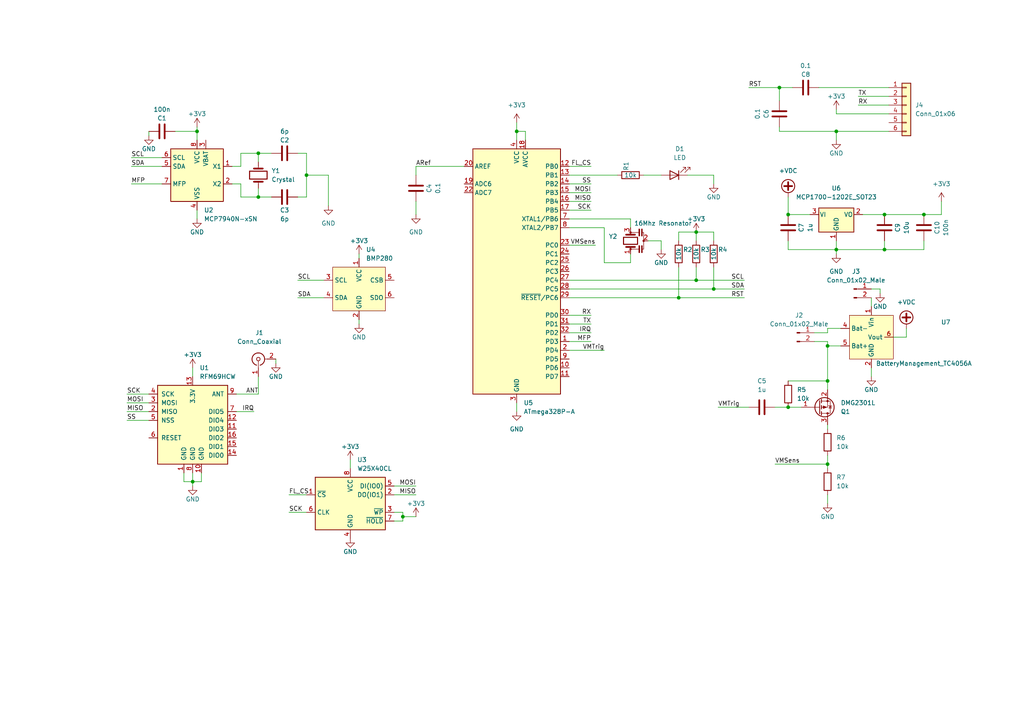
<source format=kicad_sch>
(kicad_sch (version 20230121) (generator eeschema)
  (paper "A4")
  (title_block (title "Hello Weather") (date "2022-02-26") (rev "0.1") (company "INDRI Sprl"))
  (lib_symbols
    (symbol "Connector:Conn_01x02_Male" (pin_names (offset 1.016) hide)
      (property "Reference" "J" (at 0 2.54 0))
      (property "Value" "Conn_01x02_Male" (at 0 -5.08 0))
      (symbol "Conn_01x02_Male_1_1"
        (polyline (pts (xy 1.27 -2.54) (xy 0.8636 -2.54)) (stroke (width 0.1524)))
        (polyline (pts (xy 1.27 0) (xy 0.8636 0)) (stroke (width 0.1524)))
        (rectangle (start 0.8636 -2.413) (end 0 -2.667) (stroke (width 0.1524)) (fill (type outline)))
        (rectangle (start 0.8636 0.127) (end 0 -0.127) (stroke (width 0.1524)) (fill (type outline)))
        (pin passive line (at 5.08 0 180) (length 3.81) (name "Pin_1") (number "1"))
        (pin passive line (at 5.08 -2.54 180) (length 3.81) (name "Pin_2") (number "2"))
      )
    )
    (symbol "Connector:Conn_Coaxial" (pin_names (offset 1.016) hide)
      (property "Reference" "J" (at 0.254 3.048 0))
      (property "Value" "Conn_Coaxial" (at 2.921 0 90))
      (symbol "Conn_Coaxial_0_1"
        (arc (start -1.778 -0.508) (mid 0.222 -1.808) (end 1.778 0) (stroke (width 0.254)))
        (polyline (pts (xy -2.54 0) (xy -0.508 0)))
        (polyline (pts (xy 0 -2.54) (xy 0 -1.778)))
        (circle (center 0 0) (radius 0.508) (stroke (width 0.2032)))
        (arc (start 1.778 0) (mid 0.222 1.8083) (end -1.778 0.508) (stroke (width 0.254)))
      )
      (symbol "Conn_Coaxial_1_1"
        (pin passive line (at -5.08 0 0) (length 2.54) (name "In") (number "1"))
        (pin passive line (at 0 -5.08 90) (length 2.54) (name "Ext") (number "2"))
      )
    )
    (symbol "Connector_Generic:Conn_01x06" (pin_names (offset 1.016) hide)
      (property "Reference" "J" (at 0 7.62 0))
      (property "Value" "Conn_01x06" (at 0 -10.16 0))
      (symbol "Conn_01x06_1_1"
        (rectangle (start -1.27 -7.493) (end 0 -7.747) (stroke (width 0.1524)))
        (rectangle (start -1.27 -4.953) (end 0 -5.207) (stroke (width 0.1524)))
        (rectangle (start -1.27 -2.413) (end 0 -2.667) (stroke (width 0.1524)))
        (rectangle (start -1.27 0.127) (end 0 -0.127) (stroke (width 0.1524)))
        (rectangle (start -1.27 2.667) (end 0 2.413) (stroke (width 0.1524)))
        (rectangle (start -1.27 5.207) (end 0 4.953) (stroke (width 0.1524)))
        (rectangle (start -1.27 6.35) (end 1.27 -8.89) (stroke (width 0.254)) (fill (type background)))
        (pin passive line (at -5.08 5.08 0) (length 3.81) (name "Pin_1") (number "1"))
        (pin passive line (at -5.08 2.54 0) (length 3.81) (name "Pin_2") (number "2"))
        (pin passive line (at -5.08 0 0) (length 3.81) (name "Pin_3") (number "3"))
        (pin passive line (at -5.08 -2.54 0) (length 3.81) (name "Pin_4") (number "4"))
        (pin passive line (at -5.08 -5.08 0) (length 3.81) (name "Pin_5") (number "5"))
        (pin passive line (at -5.08 -7.62 0) (length 3.81) (name "Pin_6") (number "6"))
      )
    )
    (symbol "Device:C" (pin_numbers hide) (pin_names (offset 0.254))
      (property "Reference" "C" (at 0.635 2.54 0))
      (property "Value" "C" (at 0.635 -2.54 0))
      (symbol "C_0_1"
        (polyline (pts (xy -2.032 -0.762) (xy 2.032 -0.762)) (stroke (width 0.508)))
        (polyline (pts (xy -2.032 0.762) (xy 2.032 0.762)) (stroke (width 0.508)))
      )
      (symbol "C_1_1"
        (pin passive line (at 0 3.81 270) (length 2.794) (name "~") (number "1"))
        (pin passive line (at 0 -3.81 90) (length 2.794) (name "~") (number "2"))
      )
    )
    (symbol "Device:Crystal" (pin_numbers hide) (pin_names (offset 1.016) hide)
      (property "Reference" "Y" (at 0 3.81 0))
      (property "Value" "Crystal" (at 0 -3.81 0))
      (symbol "Crystal_0_1"
        (rectangle (start -1.143 2.54) (end 1.143 -2.54) (stroke (width 0.3048)))
        (polyline (pts (xy -2.54 0) (xy -1.905 0)))
        (polyline (pts (xy -1.905 -1.27) (xy -1.905 1.27)) (stroke (width 0.508)))
        (polyline (pts (xy 1.905 -1.27) (xy 1.905 1.27)) (stroke (width 0.508)))
        (polyline (pts (xy 2.54 0) (xy 1.905 0)))
      )
      (symbol "Crystal_1_1"
        (pin passive line (at -3.81 0 0) (length 1.27) (name "1") (number "1"))
        (pin passive line (at 3.81 0 180) (length 1.27) (name "2") (number "2"))
      )
    )
    (symbol "Device:LED" (pin_numbers hide) (pin_names (offset 1.016) hide)
      (property "Reference" "D" (at 0 2.54 0))
      (property "Value" "LED" (at 0 -2.54 0))
      (symbol "LED_0_1"
        (polyline (pts (xy -1.27 -1.27) (xy -1.27 1.27)) (stroke (width 0.254)))
        (polyline (pts (xy -1.27 0) (xy 1.27 0)))
        (polyline (pts (xy 1.27 -1.27) (xy 1.27 1.27) (xy -1.27 0) (xy 1.27 -1.27)) (stroke (width 0.254)))
        (polyline (pts (xy -3.048 -0.762) (xy -4.572 -2.286) (xy -3.81 -2.286) (xy -4.572 -2.286) (xy -4.572 -1.524)))
        (polyline (pts (xy -1.778 -0.762) (xy -3.302 -2.286) (xy -2.54 -2.286) (xy -3.302 -2.286) (xy -3.302 -1.524)))
      )
      (symbol "LED_1_1"
        (pin passive line (at -3.81 0 0) (length 2.54) (name "K") (number "1"))
        (pin passive line (at 3.81 0 180) (length 2.54) (name "A") (number "2"))
      )
    )
    (symbol "Device:R" (pin_numbers hide) (pin_names (offset 0))
      (property "Reference" "R" (at 2.032 0 90))
      (property "Value" "R" (at 0 0 90))
      (symbol "R_0_1"
        (rectangle (start -1.016 -2.54) (end 1.016 2.54) (stroke (width 0.254)))
      )
      (symbol "R_1_1"
        (pin passive line (at 0 3.81 270) (length 1.27) (name "~") (number "1"))
        (pin passive line (at 0 -3.81 90) (length 1.27) (name "~") (number "2"))
      )
    )
    (symbol "Device:Resonator" (pin_names (offset 1.016) hide)
      (property "Reference" "Y" (at 0 5.715 0))
      (property "Value" "Resonator" (at 0 3.81 0))
      (symbol "Resonator_0_1"
        (rectangle (start -3.429 -3.175) (end -1.397 -3.429) (fill (type outline)))
        (rectangle (start -3.429 -2.413) (end -1.397 -2.667) (fill (type outline)))
        (circle (center -2.413 0) (radius 0.254) (fill (type outline)))
        (rectangle (start -1.016 2.032) (end 1.016 -2.032) (stroke (width 0.3048)))
        (circle (center 0 -3.81) (radius 0.254) (fill (type outline)))
        (polyline (pts (xy -2.413 -2.413) (xy -2.413 0)))
        (polyline (pts (xy -1.905 0) (xy -3.175 0)))
        (polyline (pts (xy -1.778 -1.27) (xy -1.778 1.27)) (stroke (width 0.508)))
        (polyline (pts (xy 1.778 -1.27) (xy 1.778 1.27)) (stroke (width 0.508)))
        (polyline (pts (xy 1.905 0) (xy 2.54 0)))
        (polyline (pts (xy 2.413 0) (xy 2.413 -2.54)))
        (polyline (pts (xy 2.413 -3.302) (xy 2.413 -3.81) (xy -2.413 -3.81) (xy -2.413 -3.302)))
        (rectangle (start 1.397 -3.175) (end 3.429 -3.429) (fill (type outline)))
        (rectangle (start 1.397 -2.413) (end 3.429 -2.667) (fill (type outline)))
        (circle (center 2.413 0) (radius 0.254) (fill (type outline)))
      )
      (symbol "Resonator_1_1"
        (pin passive line (at -3.81 0 0) (length 1.27) (name "1") (number "1"))
        (pin passive line (at 0 -5.08 90) (length 1.27) (name "2") (number "2"))
        (pin passive line (at 3.81 0 180) (length 1.27) (name "3") (number "3"))
      )
    )
    (symbol "MCU_Microchip_ATmega:ATmega328P-A"
      (property "Reference" "U" (at -12.7 36.83 0))
      (property "Value" "ATmega328P-A" (at 2.54 -36.83 0))
      (symbol "ATmega328P-A_0_1"
        (rectangle (start -12.7 -35.56) (end 12.7 35.56) (stroke (width 0.254)) (fill (type background)))
      )
      (symbol "ATmega328P-A_1_1"
        (pin bidirectional line (at 15.24 -20.32 180) (length 2.54) (name "PD3") (number "1"))
        (pin bidirectional line (at 15.24 -27.94 180) (length 2.54) (name "PD6") (number "10"))
        (pin bidirectional line (at 15.24 -30.48 180) (length 2.54) (name "PD7") (number "11"))
        (pin bidirectional line (at 15.24 30.48 180) (length 2.54) (name "PB0") (number "12"))
        (pin bidirectional line (at 15.24 27.94 180) (length 2.54) (name "PB1") (number "13"))
        (pin bidirectional line (at 15.24 25.4 180) (length 2.54) (name "PB2") (number "14"))
        (pin bidirectional line (at 15.24 22.86 180) (length 2.54) (name "PB3") (number "15"))
        (pin bidirectional line (at 15.24 20.32 180) (length 2.54) (name "PB4") (number "16"))
        (pin bidirectional line (at 15.24 17.78 180) (length 2.54) (name "PB5") (number "17"))
        (pin power_in line (at 2.54 38.1 270) (length 2.54) (name "AVCC") (number "18"))
        (pin input line (at -15.24 25.4 0) (length 2.54) (name "ADC6") (number "19"))
        (pin bidirectional line (at 15.24 -22.86 180) (length 2.54) (name "PD4") (number "2"))
        (pin passive line (at -15.24 30.48 0) (length 2.54) (name "AREF") (number "20"))
        (pin passive line (at 0 -38.1 90) (length 2.54) hide (name "GND") (number "21"))
        (pin input line (at -15.24 22.86 0) (length 2.54) (name "ADC7") (number "22"))
        (pin bidirectional line (at 15.24 7.62 180) (length 2.54) (name "PC0") (number "23"))
        (pin bidirectional line (at 15.24 5.08 180) (length 2.54) (name "PC1") (number "24"))
        (pin bidirectional line (at 15.24 2.54 180) (length 2.54) (name "PC2") (number "25"))
        (pin bidirectional line (at 15.24 0 180) (length 2.54) (name "PC3") (number "26"))
        (pin bidirectional line (at 15.24 -2.54 180) (length 2.54) (name "PC4") (number "27"))
        (pin bidirectional line (at 15.24 -5.08 180) (length 2.54) (name "PC5") (number "28"))
        (pin bidirectional line (at 15.24 -7.62 180) (length 2.54) (name "~{RESET}/PC6") (number "29"))
        (pin power_in line (at 0 -38.1 90) (length 2.54) (name "GND") (number "3"))
        (pin bidirectional line (at 15.24 -12.7 180) (length 2.54) (name "PD0") (number "30"))
        (pin bidirectional line (at 15.24 -15.24 180) (length 2.54) (name "PD1") (number "31"))
        (pin bidirectional line (at 15.24 -17.78 180) (length 2.54) (name "PD2") (number "32"))
        (pin power_in line (at 0 38.1 270) (length 2.54) (name "VCC") (number "4"))
        (pin passive line (at 0 -38.1 90) (length 2.54) hide (name "GND") (number "5"))
        (pin passive line (at 0 38.1 270) (length 2.54) hide (name "VCC") (number "6"))
        (pin bidirectional line (at 15.24 15.24 180) (length 2.54) (name "XTAL1/PB6") (number "7"))
        (pin bidirectional line (at 15.24 12.7 180) (length 2.54) (name "XTAL2/PB7") (number "8"))
        (pin bidirectional line (at 15.24 -25.4 180) (length 2.54) (name "PD5") (number "9"))
      )
    )
    (symbol "Memory_Flash:W25X40CL"
      (property "Reference" "U" (at -8.89 8.89 0))
      (property "Value" "W25X40CL" (at 8.89 8.89 0))
      (symbol "W25X40CL_0_1"
        (rectangle (start -10.16 7.62) (end 10.16 -7.62) (stroke (width 0.254)) (fill (type background)))
      )
      (symbol "W25X40CL_1_1"
        (pin input line (at -12.7 2.54 0) (length 2.54) (name "~{CS}") (number "1"))
        (pin bidirectional line (at 12.7 2.54 180) (length 2.54) (name "DO(IO1)") (number "2"))
        (pin bidirectional line (at 12.7 -2.54 180) (length 2.54) (name "~{WP}") (number "3"))
        (pin power_in line (at 0 -10.16 90) (length 2.54) (name "GND") (number "4"))
        (pin bidirectional line (at 12.7 5.08 180) (length 2.54) (name "DI(IO0)") (number "5"))
        (pin input line (at -12.7 -2.54 0) (length 2.54) (name "CLK") (number "6"))
        (pin bidirectional line (at 12.7 -5.08 180) (length 2.54) (name "~{HOLD}") (number "7"))
        (pin power_in line (at 0 10.16 270) (length 2.54) (name "VCC") (number "8"))
      )
    )
    (symbol "Module_Power:BatteryManagement_TC4056A"
      (property "Reference" "U" (at -5.08 -7.62 0))
      (property "Value" "BatteryManagement_TC4056A" (at 13.97 7.62 0))
      (symbol "BatteryManagement_TC4056A_0_1"
        (rectangle (start -6.35 6.35) (end 6.35 -6.35) (fill (type background)))
      )
      (symbol "BatteryManagement_TC4056A_1_1"
        (pin power_in line (at 0 8.89 270) (length 2.54) (name "Vin") (number "1"))
        (pin power_in line (at 0 -8.89 90) (length 2.54) (name "GND") (number "2"))
        (pin power_out line (at -8.89 2.54 0) (length 2.54) (name "Bat-") (number "4"))
        (pin power_out line (at -8.89 -2.54 0) (length 2.54) (name "Bat+") (number "5"))
        (pin power_out line (at 6.35 0 180) (length 2.54) (name "Vout") (number "6"))
      )
    )
    (symbol "Module_Sensor:BMP280"
      (property "Reference" "U" (at -6.35 -7.62 0))
      (property "Value" "BMP280" (at 5.08 7.62 0))
      (symbol "BMP280_0_1"
        (rectangle (start -7.62 6.35) (end 7.62 -6.35) (fill (type background)))
        (rectangle (start 7.62 -6.35) (end 7.62 -6.35) (fill (type background)))
      )
      (symbol "BMP280_1_1"
        (pin power_in line (at 0 8.89 270) (length 2.54) (name "VCC") (number "1"))
        (pin power_in line (at 0 -8.89 90) (length 2.54) (name "GND") (number "2"))
        (pin input line (at -10.16 2.54 0) (length 2.54) (name "SCL") (number "3"))
        (pin bidirectional line (at -10.16 -2.54 0) (length 2.54) (name "SDA") (number "4"))
        (pin input line (at 10.16 2.54 180) (length 2.54) (name "CSB") (number "5"))
        (pin bidirectional line (at 10.16 -2.54 180) (length 2.54) (name "SDO") (number "6"))
      )
    )
    (symbol "RF_Module:RFM69HCW" (pin_names (offset 1.016))
      (property "Reference" "U" (at -10.414 11.684 0))
      (property "Value" "RFM69HCW" (at 1.524 11.43 0))
      (symbol "RFM69HCW_0_1"
        (rectangle (start -10.16 10.16) (end 10.16 -12.7) (stroke (width 0.254)) (fill (type background)))
      )
      (symbol "RFM69HCW_1_1"
        (pin power_in line (at -2.54 -15.24 90) (length 2.54) (name "GND") (number "1"))
        (pin power_in line (at 2.54 -15.24 90) (length 2.54) (name "GND") (number "10"))
        (pin bidirectional line (at 12.7 -2.54 180) (length 2.54) (name "DIO3") (number "11"))
        (pin bidirectional line (at 12.7 0 180) (length 2.54) (name "DIO4") (number "12"))
        (pin power_in line (at 0 12.7 270) (length 2.54) (name "3.3V") (number "13"))
        (pin bidirectional line (at 12.7 -10.16 180) (length 2.54) (name "DIO0") (number "14"))
        (pin bidirectional line (at 12.7 -7.62 180) (length 2.54) (name "DIO1") (number "15"))
        (pin bidirectional line (at 12.7 -5.08 180) (length 2.54) (name "DIO2") (number "16"))
        (pin output line (at -12.7 2.54 0) (length 2.54) (name "MISO") (number "2"))
        (pin input line (at -12.7 5.08 0) (length 2.54) (name "MOSI") (number "3"))
        (pin input line (at -12.7 7.62 0) (length 2.54) (name "SCK") (number "4"))
        (pin input line (at -12.7 0 0) (length 2.54) (name "NSS") (number "5"))
        (pin bidirectional line (at -12.7 -5.08 0) (length 2.54) (name "RESET") (number "6"))
        (pin bidirectional line (at 12.7 2.54 180) (length 2.54) (name "DIO5") (number "7"))
        (pin power_in line (at 0 -15.24 90) (length 2.54) (name "GND") (number "8"))
        (pin bidirectional line (at 12.7 7.62 180) (length 2.54) (name "ANT") (number "9"))
      )
    )
    (symbol "Regulator_Linear:MCP1700-1202E_SOT23" (pin_names (offset 0.254))
      (property "Reference" "U" (at -3.81 3.175 0))
      (property "Value" "MCP1700-1202E_SOT23" (at 0 3.175 0))
      (symbol "MCP1700-1202E_SOT23_0_1"
        (rectangle (start -5.08 1.905) (end 5.08 -5.08) (stroke (width 0.254)) (fill (type background)))
      )
      (symbol "MCP1700-1202E_SOT23_1_1"
        (pin power_in line (at 0 -7.62 90) (length 2.54) (name "GND") (number "1"))
        (pin power_out line (at 7.62 0 180) (length 2.54) (name "VO") (number "2"))
        (pin power_in line (at -7.62 0 0) (length 2.54) (name "VI") (number "3"))
      )
    )
    (symbol "Timer_RTC:MCP7940N-xSN"
      (property "Reference" "U" (at -6.35 8.89 0))
      (property "Value" "MCP7940N-xSN" (at 11.43 8.89 0))
      (symbol "MCP7940N-xSN_0_1"
        (rectangle (start -7.62 7.62) (end 7.62 -7.62) (stroke (width 0.254)) (fill (type background)))
      )
      (symbol "MCP7940N-xSN_1_1"
        (pin input line (at 10.16 2.54 180) (length 2.54) (name "X1") (number "1"))
        (pin output line (at 10.16 -2.54 180) (length 2.54) (name "X2") (number "2"))
        (pin power_in line (at 2.54 10.16 270) (length 2.54) (name "VBAT") (number "3"))
        (pin power_in line (at 0 -10.16 90) (length 2.54) (name "VSS") (number "4"))
        (pin bidirectional line (at -10.16 2.54 0) (length 2.54) (name "SDA") (number "5"))
        (pin input line (at -10.16 5.08 0) (length 2.54) (name "SCL") (number "6"))
        (pin open_collector line (at -10.16 -2.54 0) (length 2.54) (name "MFP") (number "7"))
        (pin power_in line (at 0 10.16 270) (length 2.54) (name "VCC") (number "8"))
      )
    )
    (symbol "Transistor_FET:DMG2301L" (pin_names hide)
      (property "Reference" "Q" (at 5.08 1.905 0))
      (property "Value" "DMG2301L" (at 5.08 0 0))
      (symbol "DMG2301L_0_1"
        (polyline (pts (xy 0.254 0) (xy -2.54 0)))
        (polyline (pts (xy 0.254 1.905) (xy 0.254 -1.905)) (stroke (width 0.254)))
        (polyline (pts (xy 0.762 -1.27) (xy 0.762 -2.286)) (stroke (width 0.254)))
        (polyline (pts (xy 0.762 0.508) (xy 0.762 -0.508)) (stroke (width 0.254)))
        (polyline (pts (xy 0.762 2.286) (xy 0.762 1.27)) (stroke (width 0.254)))
        (polyline (pts (xy 2.54 2.54) (xy 2.54 1.778)))
        (polyline (pts (xy 2.54 -2.54) (xy 2.54 0) (xy 0.762 0)))
        (polyline (pts (xy 0.762 1.778) (xy 3.302 1.778) (xy 3.302 -1.778) (xy 0.762 -1.778)))
        (polyline (pts (xy 2.286 0) (xy 1.27 0.381) (xy 1.27 -0.381) (xy 2.286 0)) (fill (type outline)))
        (polyline (pts (xy 2.794 -0.508) (xy 2.921 -0.381) (xy 3.683 -0.381) (xy 3.81 -0.254)))
        (polyline (pts (xy 3.302 -0.381) (xy 2.921 0.254) (xy 3.683 0.254) (xy 3.302 -0.381)))
        (circle (center 1.651 0) (radius 2.794) (stroke (width 0.254)))
        (circle (center 2.54 -1.778) (radius 0.254) (fill (type outline)))
        (circle (center 2.54 1.778) (radius 0.254) (fill (type outline)))
      )
      (symbol "DMG2301L_1_1"
        (pin input line (at -5.08 0 0) (length 2.54) (name "G") (number "1"))
        (pin passive line (at 2.54 -5.08 90) (length 2.54) (name "S") (number "2"))
        (pin passive line (at 2.54 5.08 270) (length 2.54) (name "D") (number "3"))
      )
    )
    (symbol "power:+3.3V" (power) (pin_names (offset 0))
      (property "Value" "+3.3V" (at 0 3.556 0))
      (symbol "+3.3V_0_1"
        (polyline (pts (xy -0.762 1.27) (xy 0 2.54)))
        (polyline (pts (xy 0 0) (xy 0 2.54)))
        (polyline (pts (xy 0 2.54) (xy 0.762 1.27)))
      )
      (symbol "+3.3V_1_1"
        (pin power_in line (at 0 0 90) (length 0) hide (name "+3V3") (number "1"))
      )
    )
    (symbol "power:+VDC" (power) (pin_names (offset 0))
      (property "Value" "+VDC" (at 0 6.35 0))
      (symbol "+VDC_0_1"
        (polyline (pts (xy -1.143 3.175) (xy 1.143 3.175)) (stroke (width 0.508)))
        (polyline (pts (xy 0 0) (xy 0 1.27)))
        (polyline (pts (xy 0 2.032) (xy 0 4.318)) (stroke (width 0.508)))
        (circle (center 0 3.175) (radius 1.905) (stroke (width 0.254)))
      )
      (symbol "+VDC_1_1"
        (pin power_in line (at 0 0 90) (length 0) hide (name "+VDC") (number "1"))
      )
    )
    (symbol "power:GND" (power) (pin_names (offset 0))
      (property "Value" "GND" (at 0 -3.81 0))
      (symbol "GND_0_1"
        (polyline (pts (xy 0 0) (xy 0 -1.27) (xy 1.27 -1.27) (xy 0 -2.54) (xy -1.27 -1.27) (xy 0 -1.27)))
      )
      (symbol "GND_1_1"
        (pin power_in line (at 0 0 270) (length 0) hide (name "GND") (number "1"))
      )
    )
  )
  (junction (at 201.93 67.31))
  (junction (at 149.86 38.1))
  (junction (at 228.6 118.11))
  (junction (at 240.03 100.33))
  (junction (at 116.84 149.86))
  (junction (at 240.03 110.49))
  (junction (at 74.93 44.45))
  (junction (at 242.57 72.39))
  (junction (at 74.93 57.15))
  (junction (at 242.57 38.1))
  (junction (at 57.15 38.1))
  (junction (at 88.9 50.8))
  (junction (at 228.6 62.23))
  (junction (at 267.97 62.23))
  (junction (at 55.88 139.7))
  (junction (at 240.03 134.62))
  (junction (at 201.93 81.28))
  (junction (at 207.01 83.82))
  (junction (at 226.06 25.4))
  (junction (at 196.85 86.36))
  (junction (at 256.54 72.39))
  (junction (at 256.54 62.23))
  (wire (pts (xy 259.08 97.79) (xy 262.89 97.79)))
  (wire (pts (xy 196.85 69.85) (xy 196.85 67.31)))
  (wire (pts (xy 68.58 114.3) (xy 74.93 114.3)))
  (wire (pts (xy 224.79 118.11) (xy 228.6 118.11)))
  (wire (pts (xy 182.88 73.66) (xy 182.88 76.2)))
  (wire (pts (xy 196.85 67.31) (xy 201.93 67.31)))
  (wire (pts (xy 240.03 100.33) (xy 240.03 110.49)))
  (wire (pts (xy 57.15 60.96) (xy 57.15 63.5)))
  (wire (pts (xy 182.88 63.5) (xy 182.88 66.04)))
  (wire (pts (xy 165.1 58.42) (xy 171.45 58.42)))
  (wire (pts (xy 53.34 139.7) (xy 55.88 139.7)))
  (wire (pts (xy 80.01 104.14) (xy 80.01 105.41)))
  (wire (pts (xy 228.6 62.23) (xy 234.95 62.23)))
  (wire (pts (xy 207.01 77.47) (xy 207.01 83.82)))
  (wire (pts (xy 201.93 77.47) (xy 201.93 81.28)))
  (wire (pts (xy 196.85 86.36) (xy 215.9 86.36)))
  (wire (pts (xy 95.25 50.8) (xy 95.25 59.69)))
  (wire (pts (xy 165.1 66.04) (xy 175.26 66.04)))
  (wire (pts (xy 242.57 69.85) (xy 242.57 72.39)))
  (wire (pts (xy 240.03 96.52) (xy 240.03 95.25)))
  (wire (pts (xy 267.97 62.23) (xy 273.05 62.23)))
  (wire (pts (xy 165.1 55.88) (xy 171.45 55.88)))
  (wire (pts (xy 116.84 149.86) (xy 120.65 149.86)))
  (wire (pts (xy 267.97 72.39) (xy 256.54 72.39)))
  (wire (pts (xy 88.9 50.8) (xy 95.25 50.8)))
  (wire (pts (xy 240.03 100.33) (xy 240.03 99.06)))
  (wire (pts (xy 228.6 57.15) (xy 228.6 62.23)))
  (wire (pts (xy 252.73 106.68) (xy 252.73 109.22)))
  (wire (pts (xy 55.88 139.7) (xy 55.88 140.97)))
  (wire (pts (xy 36.83 121.92) (xy 43.18 121.92)))
  (wire (pts (xy 165.1 101.6) (xy 175.26 101.6)))
  (wire (pts (xy 38.1 45.72) (xy 46.99 45.72)))
  (wire (pts (xy 228.6 69.85) (xy 228.6 72.39)))
  (wire (pts (xy 165.1 53.34) (xy 171.45 53.34)))
  (wire (pts (xy 224.79 134.62) (xy 240.03 134.62)))
  (wire (pts (xy 242.57 33.02) (xy 242.57 31.75)))
  (wire (pts (xy 165.1 50.8) (xy 179.07 50.8)))
  (wire (pts (xy 120.65 58.42) (xy 120.65 62.23)))
  (wire (pts (xy 240.03 99.06) (xy 236.22 99.06)))
  (wire (pts (xy 240.03 123.19) (xy 240.03 124.46)))
  (wire (pts (xy 228.6 72.39) (xy 242.57 72.39)))
  (wire (pts (xy 207.01 69.85) (xy 207.01 67.31)))
  (wire (pts (xy 68.58 119.38) (xy 73.66 119.38)))
  (wire (pts (xy 149.86 38.1) (xy 149.86 40.64)))
  (wire (pts (xy 83.82 143.51) (xy 88.9 143.51)))
  (wire (pts (xy 201.93 67.31) (xy 207.01 67.31)))
  (wire (pts (xy 226.06 29.21) (xy 226.06 25.4)))
  (wire (pts (xy 104.14 73.66) (xy 104.14 74.93)))
  (wire (pts (xy 240.03 110.49) (xy 240.03 113.03)))
  (wire (pts (xy 201.93 81.28) (xy 215.9 81.28)))
  (wire (pts (xy 240.03 134.62) (xy 240.03 135.89)))
  (wire (pts (xy 55.88 106.68) (xy 55.88 109.22)))
  (wire (pts (xy 88.9 44.45) (xy 88.9 50.8)))
  (wire (pts (xy 242.57 38.1) (xy 242.57 40.64)))
  (wire (pts (xy 242.57 72.39) (xy 242.57 73.66)))
  (wire (pts (xy 38.1 48.26) (xy 46.99 48.26)))
  (wire (pts (xy 83.82 148.59) (xy 88.9 148.59)))
  (wire (pts (xy 255.27 83.82) (xy 255.27 85.09)))
  (wire (pts (xy 207.01 83.82) (xy 215.9 83.82)))
  (wire (pts (xy 262.89 95.25) (xy 262.89 97.79)))
  (wire (pts (xy 69.85 48.26) (xy 69.85 44.45)))
  (wire (pts (xy 58.42 139.7) (xy 55.88 139.7)))
  (wire (pts (xy 252.73 83.82) (xy 255.27 83.82)))
  (wire (pts (xy 228.6 110.49) (xy 240.03 110.49)))
  (wire (pts (xy 165.1 96.52) (xy 171.45 96.52)))
  (wire (pts (xy 104.14 92.71) (xy 104.14 93.98)))
  (wire (pts (xy 114.3 140.97) (xy 120.65 140.97)))
  (wire (pts (xy 86.36 81.28) (xy 93.98 81.28)))
  (wire (pts (xy 237.49 25.4) (xy 257.81 25.4)))
  (wire (pts (xy 165.1 99.06) (xy 171.45 99.06)))
  (wire (pts (xy 240.03 132.08) (xy 240.03 134.62)))
  (wire (pts (xy 165.1 60.96) (xy 171.45 60.96)))
  (wire (pts (xy 86.36 44.45) (xy 88.9 44.45)))
  (wire (pts (xy 226.06 38.1) (xy 242.57 38.1)))
  (wire (pts (xy 248.92 27.94) (xy 257.81 27.94)))
  (wire (pts (xy 74.93 54.61) (xy 74.93 57.15)))
  (wire (pts (xy 55.88 137.16) (xy 55.88 139.7)))
  (wire (pts (xy 58.42 137.16) (xy 58.42 139.7)))
  (wire (pts (xy 186.69 50.8) (xy 191.77 50.8)))
  (wire (pts (xy 152.4 40.64) (xy 152.4 38.1)))
  (wire (pts (xy 67.31 53.34) (xy 69.85 53.34)))
  (wire (pts (xy 256.54 69.85) (xy 256.54 72.39)))
  (wire (pts (xy 149.86 35.56) (xy 149.86 38.1)))
  (wire (pts (xy 242.57 33.02) (xy 257.81 33.02)))
  (wire (pts (xy 165.1 48.26) (xy 171.45 48.26)))
  (wire (pts (xy 165.1 71.12) (xy 172.72 71.12)))
  (wire (pts (xy 116.84 149.86) (xy 116.84 151.13)))
  (wire (pts (xy 53.34 137.16) (xy 53.34 139.7)))
  (wire (pts (xy 86.36 86.36) (xy 93.98 86.36)))
  (wire (pts (xy 120.65 48.26) (xy 134.62 48.26)))
  (wire (pts (xy 242.57 38.1) (xy 257.81 38.1)))
  (wire (pts (xy 187.96 69.85) (xy 191.77 69.85)))
  (wire (pts (xy 152.4 38.1) (xy 149.86 38.1)))
  (wire (pts (xy 165.1 93.98) (xy 171.45 93.98)))
  (wire (pts (xy 248.92 30.48) (xy 257.81 30.48)))
  (wire (pts (xy 191.77 72.39) (xy 191.77 69.85)))
  (wire (pts (xy 228.6 118.11) (xy 232.41 118.11)))
  (wire (pts (xy 226.06 36.83) (xy 226.06 38.1)))
  (wire (pts (xy 114.3 151.13) (xy 116.84 151.13)))
  (wire (pts (xy 57.15 36.83) (xy 57.15 38.1)))
  (wire (pts (xy 273.05 58.42) (xy 273.05 62.23)))
  (wire (pts (xy 267.97 69.85) (xy 267.97 72.39)))
  (wire (pts (xy 69.85 44.45) (xy 74.93 44.45)))
  (wire (pts (xy 165.1 91.44) (xy 171.45 91.44)))
  (wire (pts (xy 67.31 48.26) (xy 69.85 48.26)))
  (wire (pts (xy 250.19 62.23) (xy 256.54 62.23)))
  (wire (pts (xy 74.93 57.15) (xy 69.85 57.15)))
  (wire (pts (xy 236.22 96.52) (xy 240.03 96.52)))
  (wire (pts (xy 217.17 25.4) (xy 226.06 25.4)))
  (wire (pts (xy 207.01 50.8) (xy 199.39 50.8)))
  (wire (pts (xy 38.1 53.34) (xy 46.99 53.34)))
  (wire (pts (xy 120.65 50.8) (xy 120.65 48.26)))
  (wire (pts (xy 256.54 72.39) (xy 242.57 72.39)))
  (wire (pts (xy 196.85 86.36) (xy 165.1 86.36)))
  (wire (pts (xy 101.6 133.35) (xy 101.6 135.89)))
  (wire (pts (xy 57.15 38.1) (xy 57.15 40.64)))
  (wire (pts (xy 256.54 62.23) (xy 267.97 62.23)))
  (wire (pts (xy 165.1 83.82) (xy 207.01 83.82)))
  (wire (pts (xy 116.84 148.59) (xy 116.84 149.86)))
  (wire (pts (xy 74.93 57.15) (xy 78.74 57.15)))
  (wire (pts (xy 207.01 53.34) (xy 207.01 50.8)))
  (wire (pts (xy 86.36 57.15) (xy 88.9 57.15)))
  (wire (pts (xy 252.73 86.36) (xy 252.73 88.9)))
  (wire (pts (xy 74.93 109.22) (xy 74.93 114.3)))
  (wire (pts (xy 36.83 119.38) (xy 43.18 119.38)))
  (wire (pts (xy 43.18 38.1) (xy 43.18 39.37)))
  (wire (pts (xy 114.3 143.51) (xy 120.65 143.51)))
  (wire (pts (xy 182.88 76.2) (xy 175.26 76.2)))
  (wire (pts (xy 175.26 66.04) (xy 175.26 76.2)))
  (wire (pts (xy 201.93 69.85) (xy 201.93 67.31)))
  (wire (pts (xy 240.03 95.25) (xy 243.84 95.25)))
  (wire (pts (xy 196.85 77.47) (xy 196.85 86.36)))
  (wire (pts (xy 165.1 63.5) (xy 182.88 63.5)))
  (wire (pts (xy 88.9 50.8) (xy 88.9 57.15)))
  (wire (pts (xy 74.93 44.45) (xy 74.93 46.99)))
  (wire (pts (xy 36.83 114.3) (xy 43.18 114.3)))
  (wire (pts (xy 240.03 143.51) (xy 240.03 146.05)))
  (wire (pts (xy 208.28 118.11) (xy 217.17 118.11)))
  (wire (pts (xy 226.06 25.4) (xy 229.87 25.4)))
  (wire (pts (xy 74.93 44.45) (xy 78.74 44.45)))
  (wire (pts (xy 36.83 116.84) (xy 43.18 116.84)))
  (wire (pts (xy 114.3 148.59) (xy 116.84 148.59)))
  (wire (pts (xy 69.85 57.15) (xy 69.85 53.34)))
  (wire (pts (xy 243.84 100.33) (xy 240.03 100.33)))
  (wire (pts (xy 50.8 38.1) (xy 57.15 38.1)))
  (wire (pts (xy 165.1 81.28) (xy 201.93 81.28)))
  (wire (pts (xy 149.86 116.84) (xy 149.86 119.38)))
  (label "SS" (at 171.45 53.34 180))
  (label "SCK" (at 83.82 148.59 0))
  (label "RST" (at 217.17 25.4 0))
  (label "SS" (at 36.83 121.92 0))
  (label "MOSI" (at 36.83 116.84 0))
  (label "ARef" (at 120.65 48.26 0))
  (label "TX" (at 171.45 93.98 180))
  (label "RX" (at 171.45 91.44 180))
  (label "ANT" (at 74.93 114.3 180))
  (label "MOSI" (at 171.45 55.88 180))
  (label "VMTrig" (at 175.26 101.6 180))
  (label "SDA" (at 86.36 86.36 0))
  (label "MISO" (at 36.83 119.38 0))
  (label "FL_CS" (at 83.82 143.51 0))
  (label "SCL" (at 86.36 81.28 0))
  (label "SCL" (at 212.09 81.28 0))
  (label "SDA" (at 212.09 83.82 0))
  (label "IRQ" (at 171.45 96.52 180))
  (label "RX" (at 248.92 30.48 0))
  (label "SCL" (at 38.1 45.72 0))
  (label "VMSens" (at 224.79 134.62 0))
  (label "FL_CS" (at 171.45 48.26 180))
  (label "SDA" (at 38.1 48.26 0))
  (label "MISO" (at 171.45 58.42 180))
  (label "RST" (at 212.09 86.36 0))
  (label "MFP" (at 38.1 53.34 0))
  (label "VMSens" (at 172.72 71.12 180))
  (label "TX" (at 248.92 27.94 0))
  (label "MFP" (at 171.45 99.06 180))
  (label "MOSI" (at 120.65 140.97 180))
  (label "MISO" (at 120.65 143.51 180))
  (label "SCK" (at 171.45 60.96 180))
  (label "VMTrig" (at 208.28 118.11 0))
  (label "IRQ" (at 73.66 119.38 180))
  (label "SCK" (at 36.83 114.3 0))
  (symbol (lib_id "Device:C") (at 46.99 38.1 270) (unit 1)
    (property "Reference" "C1" (at 46.99 34.29 90))
    (property "Value" "100n" (at 46.99 31.75 90))
    (property "Footprint" "Capacitor_SMD:C_0805_2012Metric_Pad1.18x1.45mm_HandSolder" (effects hide))
  )
  (symbol (lib_id "power:GND") (at 252.73 109.22 0) (unit 1)
    (property "Reference" "#PWR024" (effects hide))
    (property "Value" "GND" (at 252.73 113.03 0))
  )
  (symbol (lib_id "power:+VDC") (at 228.6 57.15 0) (unit 1)
    (property "Reference" "#PWR019" (effects hide))
    (property "Value" "+VDC" (at 228.6 49.53 0))
  )
  (symbol (lib_id "Device:C") (at 226.06 33.02 0) (unit 1)
    (property "Reference" "C6" (at 222.25 33.02 90))
    (property "Value" "0.1" (at 219.71 33.02 90))
    (property "Footprint" "Capacitor_SMD:C_0805_2012Metric_Pad1.18x1.45mm_HandSolder" (effects hide))
  )
  (symbol (lib_id "Transistor_FET:DMG2301L") (at 237.49 118.11 0) (mirror x) (unit 1)
    (property "Reference" "Q1" (at 243.84 119.3801 0) (effects (justify left)))
    (property "Value" "DMG2301L" (at 243.84 116.8401 0) (effects (justify left)))
    (property "Footprint" "Package_TO_SOT_SMD:SOT-23" (effects hide))
    (property "Datasheet" "https://www.diodes.com/assets/Datasheets/DMG2301L.pdf" (effects hide))
  )
  (symbol (lib_id "Device:C") (at 120.65 54.61 180) (unit 1)
    (property "Reference" "C4" (at 124.46 54.61 90))
    (property "Value" "0.1" (at 127 54.61 90))
    (property "Footprint" "Capacitor_SMD:C_0805_2012Metric_Pad1.18x1.45mm_HandSolder" (effects hide))
  )
  (symbol (lib_id "power:GND") (at 43.18 39.37 0) (unit 1)
    (property "Reference" "#PWR01" (effects hide))
    (property "Value" "GND" (at 43.18 43.18 0))
  )
  (symbol (lib_id "power:GND") (at 242.57 73.66 0) (unit 1)
    (property "Reference" "#PWR023" (effects hide))
    (property "Value" "GND" (at 242.57 78.74 0))
  )
  (symbol (lib_id "power:GND") (at 255.27 85.09 0) (unit 1)
    (property "Reference" "#PWR025" (effects hide))
    (property "Value" "GND" (at 255.27 88.9 0))
  )
  (symbol (lib_id "Device:R") (at 240.03 128.27 0) (unit 1)
    (property "Reference" "R6" (at 242.57 126.9999 0) (effects (justify left)))
    (property "Value" "10k" (at 242.57 129.5399 0) (effects (justify left)))
    (property "Footprint" "Resistor_SMD:R_0805_2012Metric_Pad1.20x1.40mm_HandSolder" (effects hide))
  )
  (symbol (lib_id "power:GND") (at 95.25 59.69 0) (unit 1)
    (property "Reference" "#PWR07" (effects hide))
    (property "Value" "GND" (at 95.25 64.77 0))
  )
  (symbol (lib_id "Device:Resonator") (at 182.88 69.85 90) (unit 1)
    (property "Reference" "Y2" (at 179.07 68.5799 90) (effects (justify left)))
    (property "Value" "16Mhz Resonator" (at 200.66 64.77 90) (effects (justify left)))
    (property "Footprint" "Crystal:Resonator_SMD_Murata_CSTxExxV-3Pin_3.0x1.1mm_HandSoldering" (effects hide))
  )
  (symbol (lib_id "Connector:Conn_01x02_Male") (at 231.14 96.52 0) (unit 1)
    (property "Reference" "J2" (at 231.775 91.44 0))
    (property "Value" "Conn_01x02_Male" (at 231.775 93.98 0))
    (property "Footprint" "Connector_JST:JST_XH_B2B-XH-A_1x02_P2.50mm_Vertical" (effects hide))
  )
  (symbol (lib_id "Connector:Conn_01x02_Male") (at 247.65 83.82 0) (unit 1)
    (property "Reference" "J3" (at 248.285 78.74 0))
    (property "Value" "Conn_01x02_Male" (at 248.285 81.28 0))
    (property "Footprint" "Connector_JST:JST_XH_B2B-XH-A_1x02_P2.50mm_Vertical" (effects hide))
  )
  (symbol (lib_id "Device:Crystal") (at 74.93 50.8 90) (unit 1)
    (property "Reference" "Y1" (at 78.74 49.5299 90) (effects (justify right)))
    (property "Value" "Crystal" (at 78.74 52.0699 90) (effects (justify right)))
    (property "Footprint" "Crystal:Crystal_SMD_EuroQuartz_EQ161-2Pin_3.2x1.5mm_HandSoldering" (effects hide))
  )
  (symbol (lib_id "Connector_Generic:Conn_01x06") (at 262.89 30.48 0) (unit 1)
    (property "Reference" "J4" (at 265.43 30.4799 0) (effects (justify left)))
    (property "Value" "Conn_01x06" (at 265.43 33.0199 0) (effects (justify left)))
    (property "Footprint" "Connector_PinHeader_2.54mm:PinHeader_1x06_P2.54mm_Vertical" (effects hide))
  )
  (symbol (lib_id "Regulator_Linear:MCP1700-1202E_SOT23") (at 242.57 62.23 0) (unit 1)
    (property "Reference" "U6" (at 242.57 54.61 0))
    (property "Value" "MCP1700-1202E_SOT23" (at 242.57 57.15 0))
    (property "Footprint" "Package_TO_SOT_SMD:SOT-23_Handsoldering" (effects hide))
    (property "Datasheet" "http://ww1.microchip.com/downloads/en/DeviceDoc/20001826D.pdf" (effects hide))
  )
  (symbol (lib_id "Connector:Conn_Coaxial") (at 74.93 104.14 90) (unit 1)
    (property "Reference" "J1" (at 75.2232 96.52 90))
    (property "Value" "Conn_Coaxial" (at 75.2232 99.06 90))
    (property "Footprint" "Connector_Coaxial:U.FL_Molex_MCRF_73412-0110_Vertical" (effects hide))
    (property "Datasheet" " ~" (effects hide))
  )
  (symbol (lib_id "power:GND") (at 55.88 140.97 0) (unit 1)
    (property "Reference" "#PWR03" (effects hide))
    (property "Value" "GND" (at 55.88 144.78 0))
  )
  (symbol (lib_id "power:GND") (at 242.57 40.64 0) (unit 1)
    (property "Reference" "#PWR022" (effects hide))
    (property "Value" "GND" (at 242.57 44.45 0))
  )
  (symbol (lib_id "Device:C") (at 267.97 66.04 180) (unit 1)
    (property "Reference" "C10" (at 271.78 66.04 90))
    (property "Value" "100n" (at 274.32 66.04 90))
    (property "Footprint" "Capacitor_SMD:C_0805_2012Metric_Pad1.18x1.45mm_HandSolder" (effects hide))
  )
  (symbol (lib_id "power:+3.3V") (at 57.15 36.83 0) (unit 1)
    (property "Reference" "#PWR04" (effects hide))
    (property "Value" "+3.3V" (at 57.15 33.02 0))
  )
  (symbol (lib_id "Device:R") (at 207.01 73.66 0) (unit 1)
    (property "Reference" "R4" (at 208.28 72.39 0) (effects (justify left)))
    (property "Value" "10k" (at 207.01 73.66 90))
    (property "Footprint" "Resistor_SMD:R_0805_2012Metric_Pad1.20x1.40mm_HandSolder" (effects hide))
  )
  (symbol (lib_id "Device:R") (at 196.85 73.66 180) (unit 1)
    (property "Reference" "R2" (at 198.12 72.39 0) (effects (justify right)))
    (property "Value" "10k" (at 196.85 73.66 90))
    (property "Footprint" "Resistor_SMD:R_0805_2012Metric_Pad1.20x1.40mm_HandSolder" (effects hide))
  )
  (symbol (lib_id "power:+3.3V") (at 242.57 31.75 0) (unit 1)
    (property "Reference" "#PWR021" (effects hide))
    (property "Value" "+3.3V" (at 242.57 27.94 0))
  )
  (symbol (lib_id "power:GND") (at 104.14 93.98 0) (unit 1)
    (property "Reference" "#PWR011" (effects hide))
    (property "Value" "GND" (at 104.14 97.79 0))
  )
  (symbol (lib_id "power:GND") (at 240.03 146.05 0) (unit 1)
    (property "Reference" "#PWR020" (effects hide))
    (property "Value" "GND" (at 240.03 149.86 0))
  )
  (symbol (lib_id "power:+3.3V") (at 201.93 67.31 0) (unit 1)
    (property "Reference" "#PWR017" (effects hide))
    (property "Value" "+3.3V" (at 201.93 63.5 0))
  )
  (symbol (lib_id "Device:R") (at 182.88 50.8 270) (unit 1)
    (property "Reference" "R1" (at 181.61 49.53 0) (effects (justify right)))
    (property "Value" "10k" (at 182.88 50.8 90))
    (property "Footprint" "Resistor_SMD:R_0805_2012Metric_Pad1.20x1.40mm_HandSolder" (effects hide))
  )
  (symbol (lib_id "Device:C") (at 82.55 44.45 90) (unit 1)
    (property "Reference" "C2" (at 82.55 40.64 90))
    (property "Value" "6p" (at 82.55 38.1 90))
    (property "Footprint" "Capacitor_SMD:C_0805_2012Metric_Pad1.18x1.45mm_HandSolder" (effects hide))
  )
  (symbol (lib_id "Module_Sensor:BMP280") (at 104.14 83.82 0) (unit 1)
    (property "Reference" "U4" (at 106.1594 72.39 0) (effects (justify left)))
    (property "Value" "BMP280" (at 106.1594 74.93 0) (effects (justify left)))
    (property "Footprint" "Module_Sensor:BMP280_Breakboard" (effects hide))
  )
  (symbol (lib_id "Device:R") (at 201.93 73.66 180) (unit 1)
    (property "Reference" "R3" (at 203.2 72.39 0) (effects (justify right)))
    (property "Value" "10k" (at 201.93 73.66 90))
    (property "Footprint" "Resistor_SMD:R_0805_2012Metric_Pad1.20x1.40mm_HandSolder" (effects hide))
  )
  (symbol (lib_id "power:GND") (at 149.86 119.38 0) (unit 1)
    (property "Reference" "#PWR015" (effects hide))
    (property "Value" "GND" (at 149.86 124.46 0))
  )
  (symbol (lib_id "power:GND") (at 120.65 62.23 0) (unit 1)
    (property "Reference" "#PWR012" (effects hide))
    (property "Value" "GND" (at 120.65 67.31 0))
  )
  (symbol (lib_id "Memory_Flash:W25X40CL") (at 101.6 146.05 0) (unit 1)
    (property "Reference" "U3" (at 103.6194 133.35 0) (effects (justify left)))
    (property "Value" "W25X40CL" (at 103.6194 135.89 0) (effects (justify left)))
    (property "Footprint" "Package_SO:SOIC-8_3.9x4.9mm_P1.27mm" (effects hide))
    (property "Datasheet" "https://www.winbond.com/resource-files/W25X40CL_G%2020210505.pdf" (effects hide))
  )
  (symbol (lib_id "power:+3.3V") (at 149.86 35.56 0) (unit 1)
    (property "Reference" "#PWR014" (effects hide))
    (property "Value" "+3.3V" (at 149.86 30.48 0))
  )
  (symbol (lib_id "Device:LED") (at 195.58 50.8 180) (unit 1)
    (property "Reference" "D1" (at 197.1675 43.18 0))
    (property "Value" "LED" (at 197.1675 45.72 0))
    (property "Footprint" "LED_SMD:LED_0805_2012Metric_Pad1.15x1.40mm_HandSolder" (effects hide))
  )
  (symbol (lib_id "power:+VDC") (at 262.89 95.25 0) (unit 1)
    (property "Reference" "#PWR026" (effects hide))
    (property "Value" "+VDC" (at 262.89 87.63 0))
  )
  (symbol (lib_id "power:GND") (at 191.77 72.39 0) (unit 1)
    (property "Reference" "#PWR016" (effects hide))
    (property "Value" "GND" (at 191.77 76.2 0))
  )
  (symbol (lib_id "Timer_RTC:MCP7940N-xSN") (at 57.15 50.8 0) (unit 1)
    (property "Reference" "U2" (at 59.1694 60.96 0) (effects (justify left)))
    (property "Value" "MCP7940N-xSN" (at 59.1694 63.5 0) (effects (justify left)))
    (property "Footprint" "Package_SO:SOIC-8_3.9x4.9mm_P1.27mm" (effects hide))
    (property "Datasheet" "http://ww1.microchip.com/downloads/en/DeviceDoc/20005010F.pdf" (effects hide))
  )
  (symbol (lib_id "power:GND") (at 57.15 63.5 0) (unit 1)
    (property "Reference" "#PWR05" (effects hide))
    (property "Value" "GND" (at 57.15 67.31 0))
  )
  (symbol (lib_id "power:+3.3V") (at 120.65 149.86 0) (unit 1)
    (property "Reference" "#PWR013" (effects hide))
    (property "Value" "+3.3V" (at 120.65 146.05 0))
  )
  (symbol (lib_id "Module_Power:BatteryManagement_TC4056A") (at 252.73 97.79 0) (unit 1)
    (property "Reference" "U7" (at 274.32 93.4593 0))
    (property "Value" "BatteryManagement_TC4056A" (at 267.97 105.41 0))
    (property "Footprint" "Module_Power:BattMngmnt_TC4056A" (effects hide))
  )
  (symbol (lib_id "power:+3.3V") (at 273.05 58.42 0) (unit 1)
    (property "Reference" "#PWR027" (effects hide))
    (property "Value" "+3.3V" (at 273.05 53.34 0))
  )
  (symbol (lib_id "power:+3.3V") (at 101.6 133.35 0) (unit 1)
    (property "Reference" "#PWR08" (effects hide))
    (property "Value" "+3.3V" (at 101.6 129.54 0))
  )
  (symbol (lib_id "Device:C") (at 233.68 25.4 270) (unit 1)
    (property "Reference" "C8" (at 233.68 21.59 90))
    (property "Value" "0.1" (at 233.68 19.05 90))
    (property "Footprint" "Capacitor_SMD:C_0805_2012Metric_Pad1.18x1.45mm_HandSolder" (effects hide))
  )
  (symbol (lib_id "Device:R") (at 228.6 114.3 0) (unit 1)
    (property "Reference" "R5" (at 231.14 113.0299 0) (effects (justify left)))
    (property "Value" "10k" (at 231.14 115.5699 0) (effects (justify left)))
    (property "Footprint" "Resistor_SMD:R_0805_2012Metric_Pad1.20x1.40mm_HandSolder" (effects hide))
  )
  (symbol (lib_id "RF_Module:RFM69HCW") (at 55.88 121.92 0) (unit 1)
    (property "Reference" "U1" (at 57.8994 106.68 0) (effects (justify left)))
    (property "Value" "RFM69HCW" (at 57.8994 109.22 0) (effects (justify left)))
    (property "Footprint" "RF_Module:HOPERF_RFM9XW_SMD" (effects hide))
    (property "Datasheet" "https://www.hoperf.com/data/upload/portal/20181127/5bfcb8284d838.pdf" (effects hide))
  )
  (symbol (lib_id "power:+3.3V") (at 104.14 73.66 0) (unit 1)
    (property "Reference" "#PWR010" (effects hide))
    (property "Value" "+3.3V" (at 104.14 69.85 0))
  )
  (symbol (lib_id "Device:C") (at 220.98 118.11 90) (unit 1)
    (property "Reference" "C5" (at 220.98 110.49 90))
    (property "Value" "1u" (at 220.98 113.03 90))
    (property "Footprint" "Capacitor_SMD:C_0805_2012Metric_Pad1.18x1.45mm_HandSolder" (effects hide))
  )
  (symbol (lib_id "Device:C") (at 228.6 66.04 180) (unit 1)
    (property "Reference" "C7" (at 232.41 66.04 90))
    (property "Value" "1u" (at 234.95 66.04 90))
    (property "Footprint" "Capacitor_SMD:C_0805_2012Metric_Pad1.18x1.45mm_HandSolder" (effects hide))
  )
  (symbol (lib_id "Device:C") (at 82.55 57.15 90) (unit 1)
    (property "Reference" "C3" (at 82.55 60.96 90))
    (property "Value" "6p" (at 82.55 63.5 90))
    (property "Footprint" "Capacitor_SMD:C_0805_2012Metric_Pad1.18x1.45mm_HandSolder" (effects hide))
  )
  (symbol (lib_id "power:GND") (at 101.6 156.21 0) (unit 1)
    (property "Reference" "#PWR09" (effects hide))
    (property "Value" "GND" (at 101.6 160.02 0))
  )
  (symbol (lib_id "power:+3.3V") (at 55.88 106.68 0) (unit 1)
    (property "Reference" "#PWR02" (effects hide))
    (property "Value" "+3.3V" (at 55.88 102.87 0))
  )
  (symbol (lib_id "power:GND") (at 80.01 105.41 0) (unit 1)
    (property "Reference" "#PWR06" (effects hide))
    (property "Value" "GND" (at 80.01 109.22 0))
  )
  (symbol (lib_id "Device:R") (at 240.03 139.7 0) (unit 1)
    (property "Reference" "R7" (at 242.57 138.4299 0) (effects (justify left)))
    (property "Value" "10k" (at 242.57 140.9699 0) (effects (justify left)))
    (property "Footprint" "Resistor_SMD:R_0805_2012Metric_Pad1.20x1.40mm_HandSolder" (effects hide))
  )
  (symbol (lib_id "MCU_Microchip_ATmega:ATmega328P-A") (at 149.86 78.74 0) (unit 1)
    (property "Reference" "U5" (at 151.8794 116.84 0) (effects (justify left)))
    (property "Value" "ATmega328P-A" (at 151.8794 119.38 0) (effects (justify left)))
    (property "Footprint" "Package_QFP:TQFP-32_7x7mm_P0.8mm" (effects hide))
    (property "Datasheet" "http://ww1.microchip.com/downloads/en/DeviceDoc/ATmega328_P%20AVR%20MCU%20with%20picoPower%20Technology%20Data%20Sheet%2040001984A.pdf" (effects hide))
  )
  (symbol (lib_id "Device:C") (at 256.54 66.04 180) (unit 1)
    (property "Reference" "C9" (at 260.35 66.04 90))
    (property "Value" "10u" (at 262.89 66.04 90))
    (property "Footprint" "Capacitor_SMD:C_0805_2012Metric_Pad1.18x1.45mm_HandSolder" (effects hide))
  )
  (symbol (lib_id "power:GND") (at 207.01 53.34 0) (unit 1)
    (property "Reference" "#PWR018" (effects hide))
    (property "Value" "GND" (at 207.01 57.15 0))
  )
)
</source>
